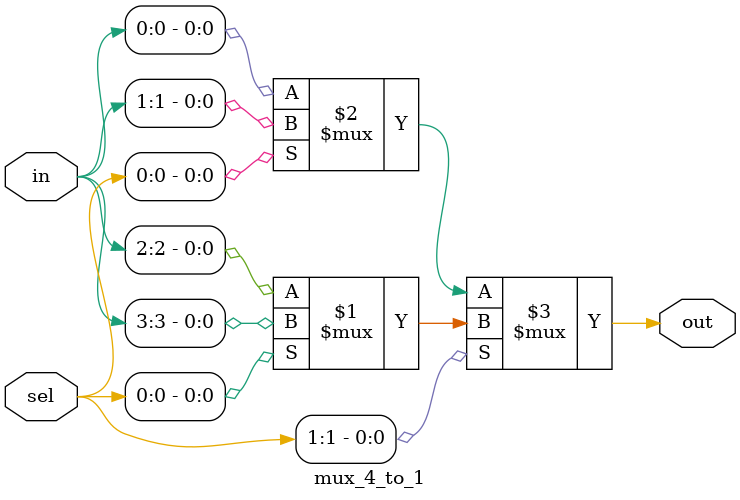
<source format=v>
module mux_4_to_1 (input wire [3:0] in, input wire [1:0] sel, output wire out);
    // gate-level implementation
    // wire sel0_not, sel1_not;
    // not(sel0_not, sel[0]);
    // not(sel1_not, sel[1]);

    // wire out0, out1, out2, out3;

    // and(out0, in[0], sel0_not, sel1_not);
    // and(out2, in[1], sel0_not, sel[1]);
    // and(out1, in[2], sel[0], sel1_not);
    // and(out3, in[3], sel[0], sel[1]);

    // or(out, out0, out1, out2, out3);

    // ------------------------------------------------

    // dataflow implementation
    assign out = (sel[1]) ? ((sel[0]) ? in[3] : in[2]) : ((sel[0]) ? in[1] : in[0]);

    // ------------------------------------------------

    // behavioral implementation --> output should be reg
    // always @(*) begin
    //     if (sel[1]) begin
    //         if (sel[0]) begin
    //             out = in[3];
    //         end else begin
    //             out = in[2];
    //         end
    //     end else begin
    //         if (sel[0]) begin
    //             out = in[1];
    //         end else begin
    //             out = in[0];
    //         end
    //     end
    // end
endmodule
</source>
